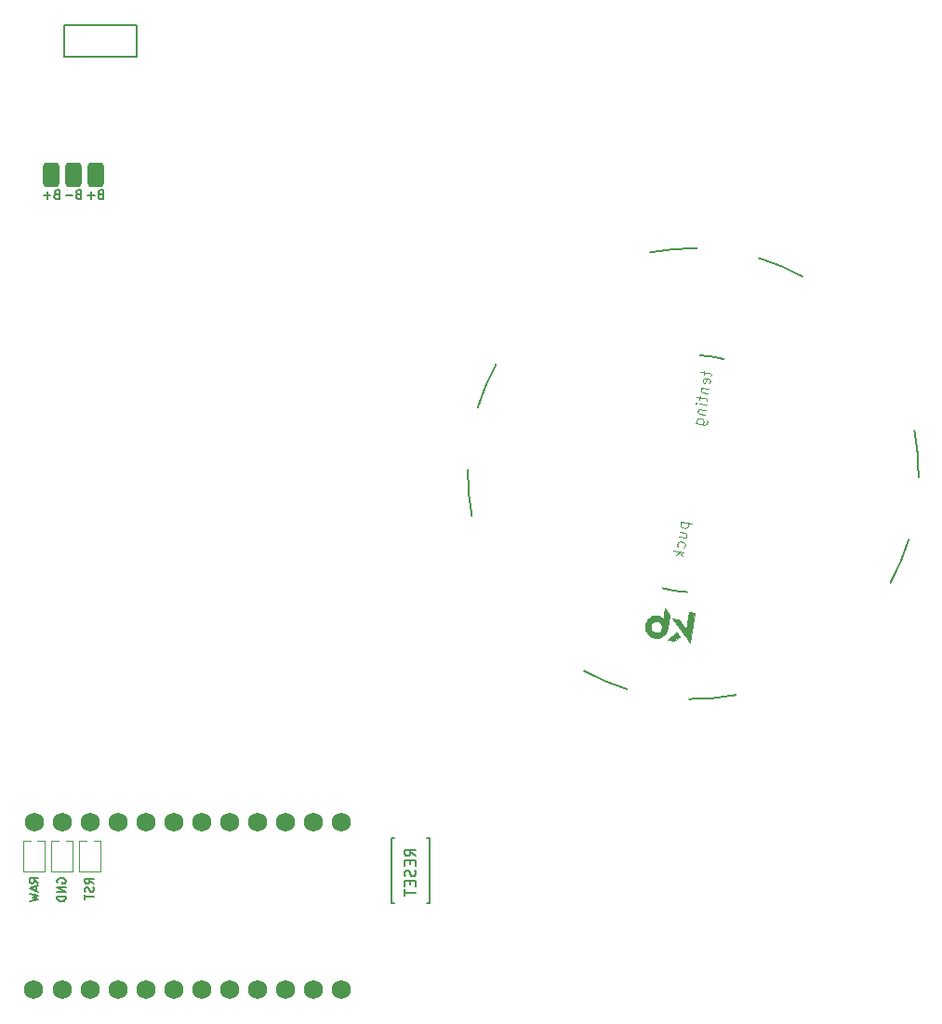
<source format=gbr>
%TF.GenerationSoftware,KiCad,Pcbnew,(6.0.4)*%
%TF.CreationDate,2022-08-11T03:07:44+02:00*%
%TF.ProjectId,wizza,77697a7a-612e-46b6-9963-61645f706362,v1.0.0*%
%TF.SameCoordinates,Original*%
%TF.FileFunction,Legend,Bot*%
%TF.FilePolarity,Positive*%
%FSLAX46Y46*%
G04 Gerber Fmt 4.6, Leading zero omitted, Abs format (unit mm)*
G04 Created by KiCad (PCBNEW (6.0.4)) date 2022-08-11 03:07:44*
%MOMM*%
%LPD*%
G01*
G04 APERTURE LIST*
G04 Aperture macros list*
%AMRoundRect*
0 Rectangle with rounded corners*
0 $1 Rounding radius*
0 $2 $3 $4 $5 $6 $7 $8 $9 X,Y pos of 4 corners*
0 Add a 4 corners polygon primitive as box body*
4,1,4,$2,$3,$4,$5,$6,$7,$8,$9,$2,$3,0*
0 Add four circle primitives for the rounded corners*
1,1,$1+$1,$2,$3*
1,1,$1+$1,$4,$5*
1,1,$1+$1,$6,$7*
1,1,$1+$1,$8,$9*
0 Add four rect primitives between the rounded corners*
20,1,$1+$1,$2,$3,$4,$5,0*
20,1,$1+$1,$4,$5,$6,$7,0*
20,1,$1+$1,$6,$7,$8,$9,0*
20,1,$1+$1,$8,$9,$2,$3,0*%
G04 Aperture macros list end*
%ADD10C,0.150000*%
%ADD11C,0.100000*%
%ADD12C,0.120000*%
%ADD13C,0.200000*%
%ADD14C,0.010000*%
%ADD15C,1.752600*%
%ADD16RoundRect,0.375000X-0.375000X-0.750000X0.375000X-0.750000X0.375000X0.750000X-0.375000X0.750000X0*%
G04 APERTURE END LIST*
D10*
%TO.C,MCU1*%
X204315845Y-135886678D02*
X203934893Y-135620012D01*
X204315845Y-135429535D02*
X203515845Y-135429535D01*
X203515845Y-135734297D01*
X203553941Y-135810488D01*
X203592036Y-135848583D01*
X203668226Y-135886678D01*
X203782512Y-135886678D01*
X203858702Y-135848583D01*
X203896798Y-135810488D01*
X203934893Y-135734297D01*
X203934893Y-135429535D01*
X204277750Y-136191440D02*
X204315845Y-136305726D01*
X204315845Y-136496202D01*
X204277750Y-136572393D01*
X204239655Y-136610488D01*
X204163464Y-136648583D01*
X204087274Y-136648583D01*
X204011083Y-136610488D01*
X203972988Y-136572393D01*
X203934893Y-136496202D01*
X203896798Y-136343821D01*
X203858702Y-136267631D01*
X203820607Y-136229535D01*
X203744417Y-136191440D01*
X203668226Y-136191440D01*
X203592036Y-136229535D01*
X203553941Y-136267631D01*
X203515845Y-136343821D01*
X203515845Y-136534297D01*
X203553941Y-136648583D01*
X203515845Y-136877154D02*
X203515845Y-137334297D01*
X204315845Y-137105726D02*
X203515845Y-137105726D01*
X199278277Y-135849415D02*
X198897325Y-135582748D01*
X199278277Y-135392272D02*
X198478277Y-135392272D01*
X198478277Y-135697034D01*
X198516373Y-135773224D01*
X198554468Y-135811319D01*
X198630658Y-135849415D01*
X198744944Y-135849415D01*
X198821134Y-135811319D01*
X198859230Y-135773224D01*
X198897325Y-135697034D01*
X198897325Y-135392272D01*
X199049706Y-136154176D02*
X199049706Y-136535129D01*
X199278277Y-136077986D02*
X198478277Y-136344653D01*
X199278277Y-136611319D01*
X198478277Y-136801796D02*
X199278277Y-136992272D01*
X198706849Y-137144653D01*
X199278277Y-137297034D01*
X198478277Y-137487510D01*
X201013941Y-135829535D02*
X200975845Y-135753344D01*
X200975845Y-135639059D01*
X201013941Y-135524773D01*
X201090131Y-135448582D01*
X201166321Y-135410487D01*
X201318702Y-135372392D01*
X201432988Y-135372392D01*
X201585369Y-135410487D01*
X201661560Y-135448582D01*
X201737750Y-135524773D01*
X201775845Y-135639059D01*
X201775845Y-135715249D01*
X201737750Y-135829535D01*
X201699655Y-135867630D01*
X201432988Y-135867630D01*
X201432988Y-135715249D01*
X201775845Y-136210487D02*
X200975845Y-136210487D01*
X201775845Y-136667630D01*
X200975845Y-136667630D01*
X201775845Y-137048582D02*
X200975845Y-137048582D01*
X200975845Y-137239059D01*
X201013941Y-137353344D01*
X201090131Y-137429535D01*
X201166321Y-137467630D01*
X201318702Y-137505725D01*
X201432988Y-137505725D01*
X201585369Y-137467630D01*
X201661560Y-137429535D01*
X201737750Y-137353344D01*
X201775845Y-137239059D01*
X201775845Y-137048582D01*
D11*
%TO.C,*%
X257785082Y-102984837D02*
X258772770Y-103141272D01*
X257832114Y-102992287D02*
X257770183Y-103078903D01*
X257740386Y-103267034D01*
X257772520Y-103368549D01*
X257812104Y-103423031D01*
X257898720Y-103484962D01*
X258180917Y-103529658D01*
X258282432Y-103497523D01*
X258336914Y-103457940D01*
X258398845Y-103371324D01*
X258428642Y-103183193D01*
X258396508Y-103081678D01*
X257576502Y-104301755D02*
X258234961Y-104406045D01*
X257643546Y-103878460D02*
X258160906Y-103960402D01*
X258247523Y-104022333D01*
X258279657Y-104123848D01*
X258257309Y-104264946D01*
X258195378Y-104351563D01*
X258140896Y-104391146D01*
X258046393Y-105292218D02*
X258108324Y-105205602D01*
X258138121Y-105017471D01*
X258105987Y-104915956D01*
X258066403Y-104861474D01*
X257979787Y-104799543D01*
X257697590Y-104754847D01*
X257596075Y-104786981D01*
X257541593Y-104826565D01*
X257479662Y-104913181D01*
X257449865Y-105101312D01*
X257481999Y-105202827D01*
X258026382Y-105722963D02*
X257038694Y-105566528D01*
X257635221Y-105757434D02*
X257966788Y-106099225D01*
X257308329Y-105994935D02*
X257744185Y-105678267D01*
X259905250Y-89192701D02*
X259845656Y-89568963D01*
X259553673Y-89281654D02*
X260400263Y-89415741D01*
X260486879Y-89477672D01*
X260519013Y-89579187D01*
X260504115Y-89673253D01*
X260345343Y-90371295D02*
X260407275Y-90284679D01*
X260437072Y-90096548D01*
X260404937Y-89995033D01*
X260318321Y-89933102D01*
X259942059Y-89873508D01*
X259840544Y-89905642D01*
X259778613Y-89992258D01*
X259748816Y-90180389D01*
X259780950Y-90281904D01*
X259867566Y-90343835D01*
X259961632Y-90358734D01*
X260130190Y-89903305D01*
X259659425Y-90744783D02*
X260317883Y-90849072D01*
X259753490Y-90759681D02*
X259699008Y-90799265D01*
X259637077Y-90885881D01*
X259614729Y-91026979D01*
X259646863Y-91128494D01*
X259733480Y-91190425D01*
X260250840Y-91272367D01*
X259540236Y-91497307D02*
X259480642Y-91873569D01*
X259188659Y-91586261D02*
X260035249Y-91720347D01*
X260121865Y-91782279D01*
X260154000Y-91883793D01*
X260139101Y-91977859D01*
X260086956Y-92307088D02*
X259428498Y-92202799D01*
X259099268Y-92150654D02*
X259153750Y-92111070D01*
X259193334Y-92165552D01*
X259138852Y-92205136D01*
X259099268Y-92150654D01*
X259193334Y-92165552D01*
X259354005Y-92673127D02*
X260012464Y-92777416D01*
X259448070Y-92688025D02*
X259393588Y-92727609D01*
X259331657Y-92814225D01*
X259309309Y-92955323D01*
X259341444Y-93056838D01*
X259428060Y-93118769D01*
X259945420Y-93200711D01*
X259145426Y-93990044D02*
X259944983Y-94116682D01*
X260046498Y-94084548D01*
X260100980Y-94044964D01*
X260162911Y-93958348D01*
X260185259Y-93817249D01*
X260153125Y-93715735D01*
X259756852Y-94086885D02*
X259818783Y-94000268D01*
X259848580Y-93812137D01*
X259816446Y-93710623D01*
X259776862Y-93656140D01*
X259690246Y-93594209D01*
X259408049Y-93549514D01*
X259306535Y-93581648D01*
X259252052Y-93621231D01*
X259190121Y-93707848D01*
X259160324Y-93895979D01*
X259192458Y-93997494D01*
D10*
%TO.C,PAD1*%
X204908095Y-73116857D02*
X204793809Y-73154952D01*
X204755714Y-73193047D01*
X204717619Y-73269238D01*
X204717619Y-73383523D01*
X204755714Y-73459714D01*
X204793809Y-73497809D01*
X204870000Y-73535904D01*
X205174761Y-73535904D01*
X205174761Y-72735904D01*
X204908095Y-72735904D01*
X204831904Y-72774000D01*
X204793809Y-72812095D01*
X204755714Y-72888285D01*
X204755714Y-72964476D01*
X204793809Y-73040666D01*
X204831904Y-73078761D01*
X204908095Y-73116857D01*
X205174761Y-73116857D01*
X204374761Y-73231142D02*
X203765238Y-73231142D01*
X204070000Y-73535904D02*
X204070000Y-72926380D01*
X200908095Y-73116857D02*
X200793809Y-73154952D01*
X200755714Y-73193047D01*
X200717619Y-73269238D01*
X200717619Y-73383523D01*
X200755714Y-73459714D01*
X200793809Y-73497809D01*
X200870000Y-73535904D01*
X201174761Y-73535904D01*
X201174761Y-72735904D01*
X200908095Y-72735904D01*
X200831904Y-72774000D01*
X200793809Y-72812095D01*
X200755714Y-72888285D01*
X200755714Y-72964476D01*
X200793809Y-73040666D01*
X200831904Y-73078761D01*
X200908095Y-73116857D01*
X201174761Y-73116857D01*
X200374761Y-73231142D02*
X199765238Y-73231142D01*
X200070000Y-73535904D02*
X200070000Y-72926380D01*
X202908095Y-73116857D02*
X202793809Y-73154952D01*
X202755714Y-73193047D01*
X202717619Y-73269238D01*
X202717619Y-73383523D01*
X202755714Y-73459714D01*
X202793809Y-73497809D01*
X202870000Y-73535904D01*
X203174761Y-73535904D01*
X203174761Y-72735904D01*
X202908095Y-72735904D01*
X202831904Y-72774000D01*
X202793809Y-72812095D01*
X202755714Y-72888285D01*
X202755714Y-72964476D01*
X202793809Y-73040666D01*
X202831904Y-73078761D01*
X202908095Y-73116857D01*
X203174761Y-73116857D01*
X202374761Y-73231142D02*
X201765238Y-73231142D01*
%TO.C,B1*%
X233624380Y-133378619D02*
X233148190Y-133045285D01*
X233624380Y-132807190D02*
X232624380Y-132807190D01*
X232624380Y-133188142D01*
X232672000Y-133283380D01*
X232719619Y-133331000D01*
X232814857Y-133378619D01*
X232957714Y-133378619D01*
X233052952Y-133331000D01*
X233100571Y-133283380D01*
X233148190Y-133188142D01*
X233148190Y-132807190D01*
X233100571Y-133807190D02*
X233100571Y-134140523D01*
X233624380Y-134283380D02*
X233624380Y-133807190D01*
X232624380Y-133807190D01*
X232624380Y-134283380D01*
X233576761Y-134664333D02*
X233624380Y-134807190D01*
X233624380Y-135045285D01*
X233576761Y-135140523D01*
X233529142Y-135188142D01*
X233433904Y-135235761D01*
X233338666Y-135235761D01*
X233243428Y-135188142D01*
X233195809Y-135140523D01*
X233148190Y-135045285D01*
X233100571Y-134854809D01*
X233052952Y-134759571D01*
X233005333Y-134711952D01*
X232910095Y-134664333D01*
X232814857Y-134664333D01*
X232719619Y-134711952D01*
X232672000Y-134759571D01*
X232624380Y-134854809D01*
X232624380Y-135092904D01*
X232672000Y-135235761D01*
X233100571Y-135664333D02*
X233100571Y-135997666D01*
X233624380Y-136140523D02*
X233624380Y-135664333D01*
X232624380Y-135664333D01*
X232624380Y-136140523D01*
X232624380Y-136426238D02*
X232624380Y-136997666D01*
X233624380Y-136711952D02*
X232624380Y-136711952D01*
D12*
%TO.C,MCU1*%
X200422000Y-131992523D02*
X200422000Y-134792523D01*
X204962000Y-131992523D02*
X204302000Y-131992523D01*
X202962000Y-134792523D02*
X204962000Y-134792523D01*
X199882000Y-134792523D02*
X199882000Y-131992523D01*
X199882000Y-131992523D02*
X199202000Y-131992523D01*
X203627000Y-131992523D02*
X202962000Y-131992523D01*
X197882000Y-131992523D02*
X197882000Y-134792523D01*
X200422000Y-134792523D02*
X202422000Y-134792523D01*
X204962000Y-134792523D02*
X204962000Y-131992523D01*
X201102000Y-131992523D02*
X200422000Y-131992523D01*
X202962000Y-131992523D02*
X202962000Y-134792523D01*
X197882000Y-134792523D02*
X199882000Y-134792523D01*
X202422000Y-131992523D02*
X201752000Y-131992523D01*
X202422000Y-134792523D02*
X202422000Y-131992523D01*
X198552000Y-131992523D02*
X197882000Y-131992523D01*
D13*
%TO.C,*%
X257205213Y-109233559D02*
G75*
G03*
X258328957Y-109351669I1688695J10661997D01*
G01*
X258537495Y-119088302D02*
G75*
G03*
X262798672Y-118716454I356428J20516839D01*
G01*
X238377085Y-98215034D02*
G75*
G03*
X238748933Y-102476212I20516838J-356429D01*
G01*
X276846313Y-108510247D02*
G75*
G03*
X278516739Y-104572531I-17952390J9938784D01*
G01*
X248955143Y-116523855D02*
G75*
G03*
X252892856Y-118194279I9938780J17952392D01*
G01*
X261687875Y-88144295D02*
G75*
G03*
X260582633Y-87909368I-2793936J-10427069D01*
G01*
X240941532Y-88632684D02*
G75*
G03*
X239271108Y-92570395I17952505J-9938828D01*
G01*
X260582633Y-87909367D02*
G75*
G03*
X259458890Y-87791257I-1688694J-10661997D01*
G01*
X256099972Y-108998632D02*
G75*
G03*
X257205213Y-109233559I2793951J10427169D01*
G01*
X268832708Y-80619075D02*
G75*
G03*
X264894991Y-78948648I-9938785J-17952388D01*
G01*
X279410761Y-98927892D02*
G75*
G03*
X279038913Y-94666712I-20516838J356429D01*
G01*
X259250352Y-78054625D02*
G75*
G03*
X254989174Y-78426473I-356429J-20516838D01*
G01*
G36*
X257400509Y-113032551D02*
G01*
X257411015Y-113044388D01*
X257432488Y-113071703D01*
X257462760Y-113111644D01*
X257499662Y-113161353D01*
X257541027Y-113217976D01*
X257674839Y-113402525D01*
X257635459Y-113434574D01*
X257631775Y-113437527D01*
X257606545Y-113457029D01*
X257567030Y-113486962D01*
X257516686Y-113524731D01*
X257458964Y-113567744D01*
X257397319Y-113613406D01*
X257198560Y-113760189D01*
X256586180Y-113663198D01*
X256619394Y-113634404D01*
X256622080Y-113632105D01*
X256646127Y-113612395D01*
X256684088Y-113582121D01*
X256733671Y-113543051D01*
X256792579Y-113496956D01*
X256858520Y-113445604D01*
X256929199Y-113390767D01*
X257002321Y-113334211D01*
X257075595Y-113277708D01*
X257146724Y-113223027D01*
X257213416Y-113171937D01*
X257273375Y-113126208D01*
X257324309Y-113087608D01*
X257363922Y-113057908D01*
X257389922Y-113038878D01*
X257400013Y-113032287D01*
X257400509Y-113032551D01*
G37*
D14*
X257400509Y-113032551D02*
X257411015Y-113044388D01*
X257432488Y-113071703D01*
X257462760Y-113111644D01*
X257499662Y-113161353D01*
X257541027Y-113217976D01*
X257674839Y-113402525D01*
X257635459Y-113434574D01*
X257631775Y-113437527D01*
X257606545Y-113457029D01*
X257567030Y-113486962D01*
X257516686Y-113524731D01*
X257458964Y-113567744D01*
X257397319Y-113613406D01*
X257198560Y-113760189D01*
X256586180Y-113663198D01*
X256619394Y-113634404D01*
X256622080Y-113632105D01*
X256646127Y-113612395D01*
X256684088Y-113582121D01*
X256733671Y-113543051D01*
X256792579Y-113496956D01*
X256858520Y-113445604D01*
X256929199Y-113390767D01*
X257002321Y-113334211D01*
X257075595Y-113277708D01*
X257146724Y-113223027D01*
X257213416Y-113171937D01*
X257273375Y-113126208D01*
X257324309Y-113087608D01*
X257363922Y-113057908D01*
X257389922Y-113038878D01*
X257400013Y-113032287D01*
X257400509Y-113032551D01*
G36*
X256525889Y-112755947D02*
G01*
X256515740Y-112805036D01*
X256508717Y-112832673D01*
X256492691Y-112877164D01*
X256435708Y-112996883D01*
X256361532Y-113112567D01*
X256274210Y-113218392D01*
X256177790Y-113308538D01*
X256168065Y-113316278D01*
X256045392Y-113398425D01*
X255911340Y-113462237D01*
X255769485Y-113506571D01*
X255623408Y-113530287D01*
X255476689Y-113532240D01*
X255376975Y-113520986D01*
X255232165Y-113486509D01*
X255095557Y-113432217D01*
X254969137Y-113359523D01*
X254854886Y-113269832D01*
X254754789Y-113164555D01*
X254670829Y-113045101D01*
X254604991Y-112912881D01*
X254565166Y-112798322D01*
X254534457Y-112652486D01*
X254528469Y-112546641D01*
X255018959Y-112546641D01*
X255019609Y-112589563D01*
X255026059Y-112629674D01*
X255039070Y-112676532D01*
X255054298Y-112717749D01*
X255086075Y-112782308D01*
X255124865Y-112844599D01*
X255166354Y-112897941D01*
X255206232Y-112935647D01*
X255220984Y-112945856D01*
X255258670Y-112969402D01*
X255298621Y-112992016D01*
X255367534Y-113022459D01*
X255468625Y-113047098D01*
X255570918Y-113050346D01*
X255671695Y-113032762D01*
X255768238Y-112994906D01*
X255857828Y-112937335D01*
X255937748Y-112860610D01*
X255974519Y-112811614D01*
X256019285Y-112723513D01*
X256044986Y-112628819D01*
X256052105Y-112530777D01*
X256041120Y-112432638D01*
X256012515Y-112337646D01*
X255966768Y-112249053D01*
X255904360Y-112170104D01*
X255825774Y-112104048D01*
X255812926Y-112095649D01*
X255720582Y-112050017D01*
X255622071Y-112024105D01*
X255520951Y-112017525D01*
X255420785Y-112029886D01*
X255325136Y-112060800D01*
X255237563Y-112109875D01*
X255161629Y-112176723D01*
X255139615Y-112202121D01*
X255081886Y-112287565D01*
X255043998Y-112380676D01*
X255023894Y-112486074D01*
X255023345Y-112491343D01*
X255018959Y-112546641D01*
X254528469Y-112546641D01*
X254526102Y-112504797D01*
X254539790Y-112352586D01*
X254557335Y-112264577D01*
X254603245Y-112119696D01*
X254667680Y-111986163D01*
X254749376Y-111865472D01*
X254847074Y-111759121D01*
X254959512Y-111668607D01*
X255085430Y-111595424D01*
X255223567Y-111541071D01*
X255297663Y-111519761D01*
X255376447Y-111502658D01*
X255450266Y-111494615D01*
X255527675Y-111494789D01*
X255617231Y-111502340D01*
X255634928Y-111504467D01*
X255771408Y-111532601D01*
X255895857Y-111580333D01*
X256008886Y-111647951D01*
X256111108Y-111735745D01*
X256132254Y-111756511D01*
X256154237Y-111776539D01*
X256165528Y-111784720D01*
X256167055Y-111780882D01*
X256172210Y-111757595D01*
X256180267Y-111715210D01*
X256190819Y-111656058D01*
X256203463Y-111582467D01*
X256217796Y-111496769D01*
X256233413Y-111401291D01*
X256249909Y-111298365D01*
X256327266Y-110810896D01*
X256748934Y-111394065D01*
X256640640Y-112077250D01*
X256638801Y-112088841D01*
X256615004Y-112237421D01*
X256592874Y-112372899D01*
X256572656Y-112493882D01*
X256554589Y-112598979D01*
X256538920Y-112686798D01*
X256535214Y-112706463D01*
X256525889Y-112755947D01*
G37*
X256525889Y-112755947D02*
X256515740Y-112805036D01*
X256508717Y-112832673D01*
X256492691Y-112877164D01*
X256435708Y-112996883D01*
X256361532Y-113112567D01*
X256274210Y-113218392D01*
X256177790Y-113308538D01*
X256168065Y-113316278D01*
X256045392Y-113398425D01*
X255911340Y-113462237D01*
X255769485Y-113506571D01*
X255623408Y-113530287D01*
X255476689Y-113532240D01*
X255376975Y-113520986D01*
X255232165Y-113486509D01*
X255095557Y-113432217D01*
X254969137Y-113359523D01*
X254854886Y-113269832D01*
X254754789Y-113164555D01*
X254670829Y-113045101D01*
X254604991Y-112912881D01*
X254565166Y-112798322D01*
X254534457Y-112652486D01*
X254528469Y-112546641D01*
X255018959Y-112546641D01*
X255019609Y-112589563D01*
X255026059Y-112629674D01*
X255039070Y-112676532D01*
X255054298Y-112717749D01*
X255086075Y-112782308D01*
X255124865Y-112844599D01*
X255166354Y-112897941D01*
X255206232Y-112935647D01*
X255220984Y-112945856D01*
X255258670Y-112969402D01*
X255298621Y-112992016D01*
X255367534Y-113022459D01*
X255468625Y-113047098D01*
X255570918Y-113050346D01*
X255671695Y-113032762D01*
X255768238Y-112994906D01*
X255857828Y-112937335D01*
X255937748Y-112860610D01*
X255974519Y-112811614D01*
X256019285Y-112723513D01*
X256044986Y-112628819D01*
X256052105Y-112530777D01*
X256041120Y-112432638D01*
X256012515Y-112337646D01*
X255966768Y-112249053D01*
X255904360Y-112170104D01*
X255825774Y-112104048D01*
X255812926Y-112095649D01*
X255720582Y-112050017D01*
X255622071Y-112024105D01*
X255520951Y-112017525D01*
X255420785Y-112029886D01*
X255325136Y-112060800D01*
X255237563Y-112109875D01*
X255161629Y-112176723D01*
X255139615Y-112202121D01*
X255081886Y-112287565D01*
X255043998Y-112380676D01*
X255023894Y-112486074D01*
X255023345Y-112491343D01*
X255018959Y-112546641D01*
X254528469Y-112546641D01*
X254526102Y-112504797D01*
X254539790Y-112352586D01*
X254557335Y-112264577D01*
X254603245Y-112119696D01*
X254667680Y-111986163D01*
X254749376Y-111865472D01*
X254847074Y-111759121D01*
X254959512Y-111668607D01*
X255085430Y-111595424D01*
X255223567Y-111541071D01*
X255297663Y-111519761D01*
X255376447Y-111502658D01*
X255450266Y-111494615D01*
X255527675Y-111494789D01*
X255617231Y-111502340D01*
X255634928Y-111504467D01*
X255771408Y-111532601D01*
X255895857Y-111580333D01*
X256008886Y-111647951D01*
X256111108Y-111735745D01*
X256132254Y-111756511D01*
X256154237Y-111776539D01*
X256165528Y-111784720D01*
X256167055Y-111780882D01*
X256172210Y-111757595D01*
X256180267Y-111715210D01*
X256190819Y-111656058D01*
X256203463Y-111582467D01*
X256217796Y-111496769D01*
X256233413Y-111401291D01*
X256249909Y-111298365D01*
X256327266Y-110810896D01*
X256748934Y-111394065D01*
X256640640Y-112077250D01*
X256638801Y-112088841D01*
X256615004Y-112237421D01*
X256592874Y-112372899D01*
X256572656Y-112493882D01*
X256554589Y-112598979D01*
X256538920Y-112686798D01*
X256535214Y-112706463D01*
X256525889Y-112755947D01*
G36*
X258996252Y-111227777D02*
G01*
X258567329Y-113935890D01*
X258492038Y-113830539D01*
X258480616Y-113814560D01*
X258454209Y-113777621D01*
X258416126Y-113724353D01*
X258367376Y-113656170D01*
X258308968Y-113574482D01*
X258241914Y-113480701D01*
X258167222Y-113376237D01*
X258085900Y-113262505D01*
X257998959Y-113140914D01*
X257907407Y-113012876D01*
X257812254Y-112879803D01*
X257714509Y-112743107D01*
X257012271Y-111761024D01*
X257297573Y-111803080D01*
X257582875Y-111845135D01*
X258250365Y-112763561D01*
X258505910Y-111150115D01*
X258996252Y-111227777D01*
G37*
X258996252Y-111227777D02*
X258567329Y-113935890D01*
X258492038Y-113830539D01*
X258480616Y-113814560D01*
X258454209Y-113777621D01*
X258416126Y-113724353D01*
X258367376Y-113656170D01*
X258308968Y-113574482D01*
X258241914Y-113480701D01*
X258167222Y-113376237D01*
X258085900Y-113262505D01*
X257998959Y-113140914D01*
X257907407Y-113012876D01*
X257812254Y-112879803D01*
X257714509Y-112743107D01*
X257012271Y-111761024D01*
X257297573Y-111803080D01*
X257582875Y-111845135D01*
X258250365Y-112763561D01*
X258505910Y-111150115D01*
X258996252Y-111227777D01*
D10*
%TO.C,T2*%
X206900615Y-57756416D02*
X203000615Y-57756416D01*
X208250615Y-60606416D02*
X208250615Y-57756416D01*
X201650615Y-57756416D02*
X201650615Y-60606416D01*
X201650615Y-60606416D02*
X208250615Y-60606416D01*
X204950615Y-57756416D02*
X201650615Y-57756416D01*
X204950615Y-57756416D02*
X208250615Y-57756416D01*
%TO.C,B1*%
X231422000Y-131704000D02*
X231672000Y-131704000D01*
X231422000Y-137704000D02*
X231422000Y-131704000D01*
X234922000Y-137704000D02*
X234672000Y-137704000D01*
X234672000Y-131704000D02*
X234922000Y-131704000D01*
X234922000Y-131704000D02*
X234922000Y-137704000D01*
X231672000Y-137704000D02*
X231422000Y-137704000D01*
%TD*%
D15*
%TO.C,MCU1*%
X198798254Y-145574000D03*
X198882000Y-130334000D03*
X201422000Y-145574000D03*
X203962000Y-130334000D03*
X201422000Y-130334000D03*
X203962000Y-145574000D03*
X206502000Y-145574000D03*
X209042000Y-145574000D03*
X211582000Y-145574000D03*
X214122000Y-145574000D03*
X216662000Y-145574000D03*
X219202000Y-145574000D03*
X221742000Y-145574000D03*
X224282000Y-145574000D03*
X226822000Y-145574000D03*
X206502000Y-130334000D03*
X209042000Y-130334000D03*
X211582000Y-130334000D03*
X214122000Y-130334000D03*
X216662000Y-130334000D03*
X219202000Y-130334000D03*
X221742000Y-130334000D03*
X224282000Y-130334000D03*
X226822000Y-130334000D03*
%TD*%
D16*
%TO.C,PAD1*%
X204470000Y-71374000D03*
X202470000Y-71374000D03*
X200470000Y-71374000D03*
%TD*%
M02*

</source>
